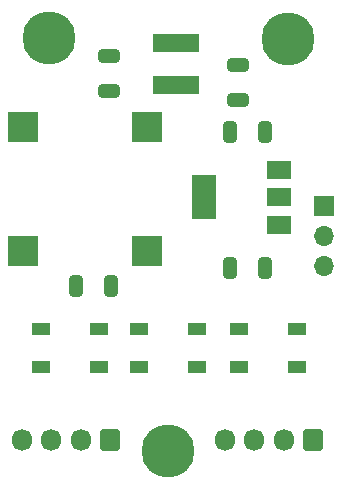
<source format=gbr>
G04 #@! TF.GenerationSoftware,KiCad,Pcbnew,7.0.2-6a45011f42~172~ubuntu22.04.1*
G04 #@! TF.CreationDate,2023-06-14T15:20:01+02:00*
G04 #@! TF.ProjectId,imu_module,696d755f-6d6f-4647-956c-652e6b696361,rev?*
G04 #@! TF.SameCoordinates,Original*
G04 #@! TF.FileFunction,Copper,L2,Bot*
G04 #@! TF.FilePolarity,Positive*
%FSLAX46Y46*%
G04 Gerber Fmt 4.6, Leading zero omitted, Abs format (unit mm)*
G04 Created by KiCad (PCBNEW 7.0.2-6a45011f42~172~ubuntu22.04.1) date 2023-06-14 15:20:01*
%MOMM*%
%LPD*%
G01*
G04 APERTURE LIST*
G04 Aperture macros list*
%AMRoundRect*
0 Rectangle with rounded corners*
0 $1 Rounding radius*
0 $2 $3 $4 $5 $6 $7 $8 $9 X,Y pos of 4 corners*
0 Add a 4 corners polygon primitive as box body*
4,1,4,$2,$3,$4,$5,$6,$7,$8,$9,$2,$3,0*
0 Add four circle primitives for the rounded corners*
1,1,$1+$1,$2,$3*
1,1,$1+$1,$4,$5*
1,1,$1+$1,$6,$7*
1,1,$1+$1,$8,$9*
0 Add four rect primitives between the rounded corners*
20,1,$1+$1,$2,$3,$4,$5,0*
20,1,$1+$1,$4,$5,$6,$7,0*
20,1,$1+$1,$6,$7,$8,$9,0*
20,1,$1+$1,$8,$9,$2,$3,0*%
G04 Aperture macros list end*
G04 #@! TA.AperFunction,SMDPad,CuDef*
%ADD10R,4.000000X1.500000*%
G04 #@! TD*
G04 #@! TA.AperFunction,SMDPad,CuDef*
%ADD11R,1.500000X1.000000*%
G04 #@! TD*
G04 #@! TA.AperFunction,SMDPad,CuDef*
%ADD12R,2.500000X2.500000*%
G04 #@! TD*
G04 #@! TA.AperFunction,ComponentPad*
%ADD13O,1.700000X1.850000*%
G04 #@! TD*
G04 #@! TA.AperFunction,ComponentPad*
%ADD14RoundRect,0.250000X0.600000X0.675000X-0.600000X0.675000X-0.600000X-0.675000X0.600000X-0.675000X0*%
G04 #@! TD*
G04 #@! TA.AperFunction,ComponentPad*
%ADD15C,4.500000*%
G04 #@! TD*
G04 #@! TA.AperFunction,SMDPad,CuDef*
%ADD16RoundRect,0.250000X0.325000X0.650000X-0.325000X0.650000X-0.325000X-0.650000X0.325000X-0.650000X0*%
G04 #@! TD*
G04 #@! TA.AperFunction,SMDPad,CuDef*
%ADD17R,2.000000X1.500000*%
G04 #@! TD*
G04 #@! TA.AperFunction,SMDPad,CuDef*
%ADD18R,2.000000X3.800000*%
G04 #@! TD*
G04 #@! TA.AperFunction,SMDPad,CuDef*
%ADD19RoundRect,0.250000X0.650000X-0.325000X0.650000X0.325000X-0.650000X0.325000X-0.650000X-0.325000X0*%
G04 #@! TD*
G04 #@! TA.AperFunction,SMDPad,CuDef*
%ADD20RoundRect,0.250000X-0.650000X0.325000X-0.650000X-0.325000X0.650000X-0.325000X0.650000X0.325000X0*%
G04 #@! TD*
G04 #@! TA.AperFunction,SMDPad,CuDef*
%ADD21RoundRect,0.250000X-0.325000X-0.650000X0.325000X-0.650000X0.325000X0.650000X-0.325000X0.650000X0*%
G04 #@! TD*
G04 #@! TA.AperFunction,ComponentPad*
%ADD22R,1.700000X1.700000*%
G04 #@! TD*
G04 #@! TA.AperFunction,ComponentPad*
%ADD23O,1.700000X1.700000*%
G04 #@! TD*
G04 APERTURE END LIST*
D10*
X15750000Y-6500000D03*
X15750000Y-2900000D03*
D11*
X21050000Y-27150000D03*
X21050000Y-30350000D03*
X25950000Y-30350000D03*
X25950000Y-27150000D03*
X12550000Y-27150000D03*
X12550000Y-30350000D03*
X17450000Y-30350000D03*
X17450000Y-27150000D03*
X4300000Y-27150000D03*
X4300000Y-30350000D03*
X9200000Y-30350000D03*
X9200000Y-27150000D03*
D12*
X2750000Y-20500000D03*
X2750000Y-10000000D03*
X13250000Y-10000000D03*
X13250000Y-20500000D03*
D13*
X19850000Y-36550000D03*
X22350000Y-36550000D03*
X24850000Y-36550000D03*
D14*
X27350000Y-36550000D03*
D13*
X2650000Y-36550000D03*
X5150000Y-36550000D03*
X7650000Y-36550000D03*
D14*
X10150000Y-36550000D03*
D15*
X5000000Y-2500000D03*
X25160000Y-2592000D03*
X15000000Y-37450000D03*
D16*
X23225000Y-10500000D03*
X20275000Y-10500000D03*
X23225000Y-22000000D03*
X20275000Y-22000000D03*
D17*
X24400000Y-13700000D03*
X24400000Y-16000000D03*
D18*
X18100000Y-16000000D03*
D17*
X24400000Y-18300000D03*
D19*
X10000000Y-6975000D03*
X10000000Y-4025000D03*
D20*
X21000000Y-4800000D03*
X21000000Y-7750000D03*
D21*
X7275000Y-23500000D03*
X10225000Y-23500000D03*
D22*
X28250000Y-16710000D03*
D23*
X28250000Y-19250000D03*
X28250000Y-21790000D03*
M02*

</source>
